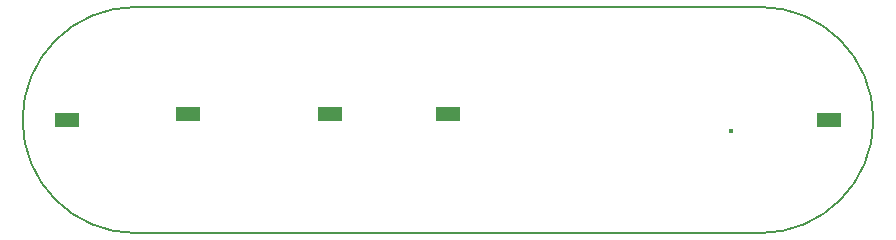
<source format=gbs>
G04*
G04 #@! TF.GenerationSoftware,Altium Limited,Altium Designer,19.0.10 (269)*
G04*
G04 Layer_Color=16711935*
%FSLAX44Y44*%
%MOMM*%
G71*
G01*
G75*
%ADD10C,0.2000*%
%ADD14R,0.3032X0.3032*%
%ADD15R,2.0032X1.2532*%
D10*
X-264450Y95750D02*
G03*
X-264450Y-95750I0J-95750D01*
G01*
X264450D02*
G03*
X264450Y95750I0J95750D01*
G01*
X-264450Y-95750D02*
X264450D01*
X-264450Y95750D02*
X264450D01*
D14*
X240000Y-9250D02*
D03*
D15*
X0Y4850D02*
D03*
X-100000D02*
D03*
X-220000D02*
D03*
X322650Y0D02*
D03*
X-322650D02*
D03*
M02*

</source>
